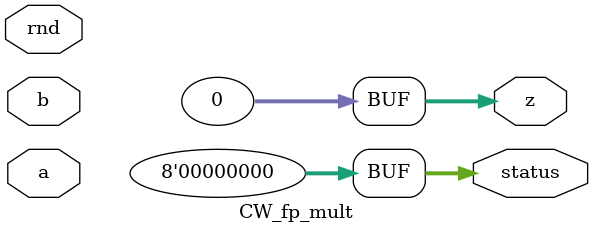
<source format=v>
module CW_fp_mult(a, b, rnd, status, z);

parameter sig_width = 23;
parameter exp_width = 8;
parameter ieee_compliance = 1;

input [sig_width + exp_width:0] a;
input [sig_width + exp_width:0] b;
input [2:0] rnd;
output [sig_width + exp_width:0] z;
output [7:0] status;

assign status = 8'h0;
assign z = {(sig_width+exp_width+1){1'b0}};

endmodule

</source>
